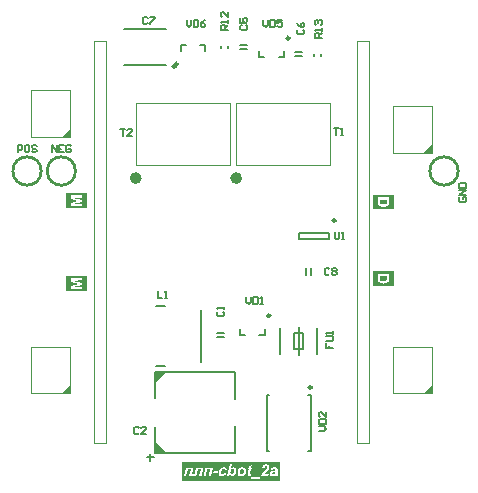
<source format=gto>
G04*
G04 #@! TF.GenerationSoftware,Altium Limited,Altium Designer,20.1.8 (145)*
G04*
G04 Layer_Color=16777215*
%FSTAX43Y43*%
%MOMM*%
G71*
G04*
G04 #@! TF.SameCoordinates,F520C443-D289-43A5-AF8C-D66C243BB58F*
G04*
G04*
G04 #@! TF.FilePolarity,Positive*
G04*
G01*
G75*
%ADD10C,0.250*%
%ADD11C,0.500*%
%ADD12C,0.254*%
%ADD13C,0.100*%
%ADD14C,0.150*%
%ADD15C,0.200*%
G36*
X0091749Y0106429D02*
X0091747Y0106427D01*
X0091076D01*
Y0106456D01*
X0091749Y0107129D01*
Y0106429D01*
D02*
G37*
G36*
X0122419Y0105109D02*
X0122417Y0105107D01*
X0121746D01*
Y0105137D01*
X0122419Y0105809D01*
Y0105109D01*
D02*
G37*
G36*
X0099793Y0086506D02*
X0098995Y0085709D01*
X0098995Y0086509D01*
X0099793Y0086506D01*
D02*
G37*
G36*
X0091749Y0084739D02*
X0091747Y0084737D01*
X0091076D01*
Y0084766D01*
X0091749Y0085439D01*
Y0084739D01*
D02*
G37*
G36*
X0122419Y0084734D02*
X0122417Y0084732D01*
X0121746D01*
Y0084761D01*
X0122419Y0085434D01*
Y0084734D01*
D02*
G37*
G36*
X0099795Y0079709D02*
X0098995Y0079709D01*
X0098997Y0080506D01*
X0099795Y0079709D01*
D02*
G37*
G36*
X0119199Y0093805D02*
X0117449D01*
Y0095054D01*
X0119199D01*
Y0093805D01*
D02*
G37*
G36*
Y0100305D02*
X0117449D01*
Y0101554D01*
X0119199D01*
Y0100305D01*
D02*
G37*
G36*
X0093199Y0100404D02*
X0091449D01*
Y0101653D01*
X0093199D01*
Y0100404D01*
D02*
G37*
G36*
X0093224Y0093379D02*
X0091474D01*
Y0094628D01*
X0093224D01*
Y0093379D01*
D02*
G37*
G36*
X0109557Y0077289D02*
X0101249D01*
Y0078919D01*
X0109557D01*
Y0077289D01*
D02*
G37*
%LPC*%
G36*
X0118804Y0094831D02*
X0117844D01*
Y0094468D01*
X0117846Y009443D01*
X0117847Y0094396D01*
X011785Y0094367D01*
X0117854Y0094343D01*
X0117858Y0094324D01*
X0117861Y0094308D01*
X0117862Y0094304D01*
Y00943D01*
X0117864Y0094299D01*
Y0094297D01*
X0117875Y0094267D01*
X0117887Y0094239D01*
X01179Y0094217D01*
X0117912Y0094197D01*
X0117923Y0094182D01*
X0117932Y0094171D01*
X0117937Y0094164D01*
X011794Y0094161D01*
X0117966Y0094138D01*
X0117994Y0094117D01*
X0118023Y0094099D01*
X0118049Y0094085D01*
X0118074Y0094074D01*
X0118084Y0094068D01*
X0118092Y0094066D01*
X0118101Y0094063D01*
X0118106Y009406D01*
X0118109Y0094059D01*
X011811D01*
X0118144Y0094049D01*
X0118178Y0094041D01*
X0118212Y0094035D01*
X0118244Y0094032D01*
X0118259Y0094031D01*
X0118273Y009403D01*
X0118284D01*
X0118295Y0094028D01*
X0118314D01*
X0118363Y009403D01*
X0118406Y0094034D01*
X0118427Y0094035D01*
X0118445Y0094038D01*
X0118463Y0094041D01*
X0118478Y0094043D01*
X0118492Y0094048D01*
X0118504Y009405D01*
X0118515Y0094053D01*
X0118524Y0094055D01*
X0118531Y0094057D01*
X0118536Y0094059D01*
X0118539Y009406D01*
X011854D01*
X0118574Y0094073D01*
X0118604Y0094088D01*
X011863Y0094103D01*
X0118653Y0094118D01*
X0118671Y0094131D01*
X0118685Y0094142D01*
X0118693Y0094149D01*
X0118696Y009415D01*
Y0094152D01*
X0118718Y0094175D01*
X0118736Y0094199D01*
X0118751Y0094224D01*
X0118764Y0094246D01*
X0118773Y0094265D01*
X011878Y0094282D01*
X0118782Y0094288D01*
X0118783Y0094292D01*
X0118784Y0094294D01*
Y0094296D01*
X0118791Y0094322D01*
X0118796Y0094351D01*
X01188Y0094382D01*
X0118801Y0094411D01*
X0118802Y0094437D01*
X0118804Y0094448D01*
Y0094028D01*
D01*
Y0094831D01*
D02*
G37*
%LPD*%
G36*
X0118642Y0094511D02*
X011864Y0094493D01*
Y0094476D01*
X0118639Y0094462D01*
Y009445D01*
X0118637Y0094437D01*
Y0094428D01*
X0118635Y0094412D01*
X0118633Y0094401D01*
X0118632Y0094394D01*
Y0094393D01*
X0118626Y0094374D01*
X0118619Y0094357D01*
X0118612Y0094342D01*
X0118604Y0094328D01*
X0118597Y0094318D01*
X0118592Y009431D01*
X0118588Y0094306D01*
X0118586Y0094304D01*
X0118572Y0094292D01*
X0118557Y0094281D01*
X0118542Y0094271D01*
X0118528Y0094263D01*
X0118514Y0094257D01*
X0118503Y0094253D01*
X0118496Y009425D01*
X0118495Y0094249D01*
X0118493D01*
X0118468Y0094242D01*
X0118442Y0094236D01*
X0118413Y0094233D01*
X0118385Y0094231D01*
X0118361Y0094229D01*
X011835Y0094228D01*
X0118341D01*
X0118334D01*
X0118328D01*
X0118324D01*
X0118323D01*
X0118284Y0094229D01*
X0118248Y0094231D01*
X0118219Y0094235D01*
X0118194Y0094238D01*
X0118173Y0094242D01*
X0118165Y0094243D01*
X0118159Y0094246D01*
X0118153Y0094247D01*
X0118149D01*
X0118148Y0094249D01*
X0118146D01*
X0118124Y0094257D01*
X0118105Y0094264D01*
X011809Y0094274D01*
X0118077Y0094281D01*
X0118067Y0094288D01*
X0118061Y0094293D01*
X0118056Y0094297D01*
X0118055Y0094299D01*
X0118045Y0094311D01*
X0118037Y0094324D01*
X011803Y0094336D01*
X0118024Y0094349D01*
X011802Y009436D01*
X0118018Y0094368D01*
X0118015Y0094374D01*
Y0094376D01*
X0118012Y0094392D01*
X0118011Y009441D01*
X0118008Y0094429D01*
Y0094448D01*
X0118006Y0094466D01*
Y0094637D01*
X0118642D01*
Y0094511D01*
D02*
G37*
%LPC*%
G36*
X0118804Y0101331D02*
X0117844D01*
Y0100968D01*
X0117846Y010093D01*
X0117847Y0100896D01*
X011785Y0100867D01*
X0117854Y0100843D01*
X0117858Y0100824D01*
X0117861Y0100808D01*
X0117862Y0100804D01*
Y01008D01*
X0117864Y0100799D01*
Y0100797D01*
X0117875Y0100767D01*
X0117887Y0100739D01*
X01179Y0100717D01*
X0117912Y0100697D01*
X0117923Y0100682D01*
X0117932Y0100671D01*
X0117937Y0100664D01*
X011794Y0100661D01*
X0117966Y0100638D01*
X0117994Y0100617D01*
X0118023Y0100599D01*
X0118049Y0100585D01*
X0118074Y0100574D01*
X0118084Y0100568D01*
X0118092Y0100566D01*
X0118101Y0100563D01*
X0118106Y010056D01*
X0118109Y0100559D01*
X011811D01*
X0118144Y0100549D01*
X0118178Y0100541D01*
X0118212Y0100535D01*
X0118244Y0100532D01*
X0118259Y0100531D01*
X0118273Y010053D01*
X0118284D01*
X0118295Y0100528D01*
X0117844D01*
X0118804D01*
Y0101331D01*
D02*
G37*
%LPD*%
G36*
X0118642Y0101011D02*
X011864Y0100993D01*
Y0100976D01*
X0118639Y0100962D01*
Y010095D01*
X0118637Y0100937D01*
Y0100928D01*
X0118635Y0100912D01*
X0118633Y0100901D01*
X0118632Y0100894D01*
Y0100893D01*
X0118626Y0100874D01*
X0118619Y0100857D01*
X0118612Y0100842D01*
X0118604Y0100828D01*
X0118597Y0100818D01*
X0118592Y010081D01*
X0118588Y0100806D01*
X0118586Y0100804D01*
X0118572Y0100792D01*
X0118557Y0100781D01*
X0118542Y0100771D01*
X0118528Y0100763D01*
X0118514Y0100757D01*
X0118503Y0100753D01*
X0118496Y010075D01*
X0118495Y0100749D01*
X0118493D01*
X0118468Y0100742D01*
X0118442Y0100736D01*
X0118413Y0100733D01*
X0118385Y0100731D01*
X0118361Y0100729D01*
X011835Y0100728D01*
X0118341D01*
X0118334D01*
X0118328D01*
X0118324D01*
X0118323D01*
X0118284Y0100729D01*
X0118248Y0100731D01*
X0118219Y0100735D01*
X0118194Y0100738D01*
X0118173Y0100742D01*
X0118165Y0100743D01*
X0118159Y0100746D01*
X0118153Y0100747D01*
X0118149D01*
X0118148Y0100749D01*
X0118146D01*
X0118124Y0100757D01*
X0118105Y0100764D01*
X011809Y0100774D01*
X0118077Y0100781D01*
X0118067Y0100788D01*
X0118061Y0100793D01*
X0118056Y0100797D01*
X0118055Y0100799D01*
X0118045Y0100811D01*
X0118037Y0100824D01*
X011803Y0100836D01*
X0118024Y0100849D01*
X011802Y010086D01*
X0118018Y0100868D01*
X0118015Y0100874D01*
Y0100876D01*
X0118012Y0100892D01*
X0118011Y010091D01*
X0118008Y0100929D01*
Y0100948D01*
X0118006Y0100966D01*
Y0101137D01*
X0118642D01*
Y0101011D01*
D02*
G37*
G36*
X0118804Y0100528D02*
X0118314D01*
X0118363Y010053D01*
X0118406Y0100534D01*
X0118427Y0100535D01*
X0118445Y0100538D01*
X0118463Y0100541D01*
X0118478Y0100543D01*
X0118492Y0100548D01*
X0118504Y010055D01*
X0118515Y0100553D01*
X0118524Y0100555D01*
X0118531Y0100557D01*
X0118536Y0100559D01*
X0118539Y010056D01*
X011854D01*
X0118574Y0100573D01*
X0118604Y0100588D01*
X011863Y0100603D01*
X0118653Y0100618D01*
X0118671Y0100631D01*
X0118685Y0100642D01*
X0118693Y0100649D01*
X0118696Y010065D01*
Y0100652D01*
X0118718Y0100675D01*
X0118736Y0100699D01*
X0118751Y0100724D01*
X0118764Y0100746D01*
X0118773Y0100765D01*
X011878Y0100782D01*
X0118782Y0100788D01*
X0118783Y0100792D01*
X0118784Y0100794D01*
Y0100796D01*
X0118791Y0100822D01*
X0118796Y0100851D01*
X01188Y0100882D01*
X0118801Y0100911D01*
X0118802Y0100937D01*
X0118804Y0100948D01*
Y0100528D01*
D02*
G37*
%LPC*%
G36*
X0092804Y010149D02*
X0091844D01*
Y0101199D01*
X00925Y0101028D01*
X0091844Y0100856D01*
Y0100566D01*
X0092804D01*
Y010149D01*
D02*
G37*
%LPD*%
G36*
Y0101121D02*
X0092049Y010131D01*
X0092804Y0101311D01*
Y0101121D01*
D02*
G37*
G36*
Y0100745D02*
X0092049D01*
X0092804Y0100934D01*
Y0100745D01*
D02*
G37*
%LPC*%
G36*
X0092829Y0094465D02*
X0091869D01*
Y0094174D01*
X0092525Y0094003D01*
X0091869Y0093831D01*
Y0093541D01*
X0092829D01*
Y0094465D01*
D02*
G37*
%LPD*%
G36*
Y0094096D02*
X0092074Y0094285D01*
X0092829Y0094286D01*
Y0094096D01*
D02*
G37*
G36*
Y009372D02*
X0092074D01*
X0092829Y0093909D01*
Y009372D01*
D02*
G37*
%LPC*%
G36*
X0105076Y0078465D02*
X0104399D01*
X0104795D01*
X0104754Y0078463D01*
X0104715Y0078456D01*
X010468Y0078447D01*
X010465Y0078436D01*
X0104636Y0078431D01*
X0104623Y0078425D01*
X0104614Y0078421D01*
X0104604Y0078417D01*
X0104597Y0078413D01*
X0104592Y007841D01*
X0104589Y0078409D01*
X0104587Y0078407D01*
X0104554Y0078384D01*
X0104525Y0078357D01*
X0104501Y0078331D01*
X0104482Y0078306D01*
X0104465Y0078282D01*
X010446Y0078273D01*
X0104454Y0078264D01*
X0104452Y0078257D01*
X0104449Y0078252D01*
X0104446Y0078249D01*
Y0078248D01*
X0104431Y0078209D01*
X0104418Y0078171D01*
X010441Y0078135D01*
X0104404Y0078102D01*
X0104403Y0078087D01*
X0104402Y0078074D01*
X01044Y0078062D01*
Y0078052D01*
X0104399Y0078044D01*
Y0077736D01*
Y0078033D01*
X01044Y0078008D01*
X0104402Y0077984D01*
X0104406Y0077961D01*
X0104411Y007794D01*
X0104417Y007792D01*
X0104424Y0077902D01*
X0104431Y0077887D01*
X0104438Y0077872D01*
X0104445Y0077859D01*
X0104452Y0077847D01*
X0104458Y0077837D01*
X0104464Y007783D01*
X010447Y0077823D01*
X0104474Y0077819D01*
X0104475Y0077816D01*
X0104476Y0077815D01*
X0104492Y0077801D01*
X0104508Y0077789D01*
X0104525Y0077779D01*
X0104542Y0077769D01*
X010456Y0077762D01*
X0104578Y0077755D01*
X0104611Y0077746D01*
X0104626Y0077743D01*
X0104642Y007774D01*
X0104654Y0077739D01*
X0104665Y0077737D01*
X0104675Y0077736D01*
X0104687D01*
X0104709Y0077737D01*
X010473Y0077739D01*
X0104769Y0077746D01*
X0104804Y0077755D01*
X0104834Y0077768D01*
X0104847Y0077773D01*
X0104858Y0077779D01*
X0104869Y0077785D01*
X0104877Y0077789D01*
X0104884Y0077793D01*
X0104888Y0077796D01*
X0104891Y0077798D01*
X0104893D01*
X0104924Y0077825D01*
X0104951Y0077854D01*
X0104974Y0077884D01*
X0104994Y0077915D01*
X0105008Y0077941D01*
X0105013Y0077952D01*
X0105019Y0077963D01*
X0105023Y0077972D01*
X0105024Y0077977D01*
X0105027Y0077981D01*
Y0077983D01*
X0104844Y0078013D01*
X0104834Y007799D01*
X0104823Y007797D01*
X0104812Y0077954D01*
X0104802Y007794D01*
X0104793Y0077929D01*
X0104784Y0077922D01*
X0104779Y0077916D01*
X0104777Y0077915D01*
X0104762Y0077904D01*
X0104747Y0077897D01*
X0104732Y0077891D01*
X0104719Y0077887D01*
X0104708Y0077884D01*
X01047Y0077883D01*
X0104691D01*
X0104675Y0077884D01*
X0104661Y0077889D01*
X0104647Y0077894D01*
X0104636Y00779D01*
X0104628Y0077905D01*
X0104621Y0077911D01*
X0104617Y0077915D01*
X0104615Y0077916D01*
X0104605Y007793D01*
X0104599Y0077945D01*
X0104593Y0077961D01*
X010459Y0077976D01*
X0104587Y007799D01*
X0104586Y0078001D01*
Y0078008D01*
Y0078011D01*
X0104587Y0078038D01*
X010459Y0078065D01*
X0104594Y0078091D01*
X0104599Y0078115D01*
X0104603Y0078134D01*
X0104607Y0078149D01*
X0104608Y0078155D01*
X010461Y0078159D01*
X0104611Y0078162D01*
Y0078163D01*
X0104621Y0078192D01*
X0104633Y0078217D01*
X0104644Y0078238D01*
X0104657Y0078255D01*
X0104666Y0078269D01*
X0104675Y0078278D01*
X0104682Y0078284D01*
X0104683Y0078285D01*
X0104701Y0078299D01*
X0104719Y0078309D01*
X0104736Y0078317D01*
X0104751Y0078321D01*
X0104765Y0078324D01*
X0104775Y0078327D01*
X0104784D01*
X0104801Y0078325D01*
X0104816Y0078323D01*
X0104829Y0078317D01*
X010484Y0078313D01*
X010485Y0078307D01*
X0104855Y0078302D01*
X0104859Y0078299D01*
X0104861Y0078298D01*
X010487Y0078287D01*
X0104879Y0078273D01*
X0104884Y0078259D01*
X010489Y0078245D01*
X0104893Y0078231D01*
X0104895Y0078221D01*
X0104897Y0078214D01*
Y0078212D01*
X0105076Y007823D01*
X0105073Y0078249D01*
X0105069Y0078267D01*
X0105059Y00783D01*
X0105045Y007833D01*
X010503Y0078354D01*
X0105016Y0078374D01*
X0105003Y0078389D01*
X0104999Y0078393D01*
X0104995Y0078397D01*
X0104994Y0078399D01*
X0104992Y00784D01*
X0104979Y0078411D01*
X0104963Y0078422D01*
X010493Y0078438D01*
X0104898Y007845D01*
X0104866Y0078457D01*
X0104838Y0078463D01*
X0104826Y0078464D01*
X0104816D01*
X0104808Y0078465D01*
X0105076D01*
D02*
G37*
G36*
X0104327Y0078191D02*
X0103926D01*
D01*
X0103962D01*
X0103926Y0078009D01*
X0104291D01*
X0104327Y0078191D01*
D02*
G37*
G36*
X0109357Y0078465D02*
X0108702Y0078465D01*
X0109093Y0078465D01*
X0109048Y0078463D01*
X0109006Y0078457D01*
X0108988Y0078453D01*
X0108971Y0078449D01*
X0108955Y0078445D01*
X0108941Y0078439D01*
X0108928Y0078434D01*
X0108917Y0078429D01*
X0108907Y0078425D01*
X0108899Y0078421D01*
X0108894Y0078418D01*
X0108889Y0078416D01*
X0108887Y0078413D01*
X0108885D01*
X0108859Y0078392D01*
X0108835Y0078368D01*
X0108817Y0078343D01*
X0108802Y0078321D01*
X0108791Y00783D01*
X0108783Y0078284D01*
X010878Y0078277D01*
X0108778Y0078273D01*
X0108777Y007827D01*
Y0078269D01*
X010896Y0078253D01*
X0108964Y0078266D01*
X010897Y0078277D01*
X0108977Y0078287D01*
X0108984Y0078295D01*
X0108989Y0078302D01*
X0108995Y0078306D01*
X0108998Y0078309D01*
X0108999Y007831D01*
X0109011Y0078317D01*
X0109024Y0078323D01*
X0109038Y0078325D01*
X010905Y0078328D01*
X0109061Y007833D01*
X0109071Y0078331D01*
X0109079D01*
X0109096Y007833D01*
X0109111Y0078328D01*
X0109122Y0078324D01*
X0109133Y0078321D01*
X0109142Y0078317D01*
X0109147Y0078313D01*
X010915Y0078312D01*
X0109152Y007831D01*
X010916Y0078302D01*
X0109165Y0078293D01*
X0109171Y0078285D01*
X0109174Y0078277D01*
X0109175Y007827D01*
X0109176Y0078266D01*
Y0078262D01*
Y007826D01*
Y007825D01*
X0109175Y0078241D01*
X0109171Y007822D01*
X0109168Y0078212D01*
X0109165Y0078205D01*
X0109164Y0078199D01*
Y0078198D01*
X0109154Y0078195D01*
X0109143Y0078192D01*
X0109131Y0078189D01*
X0109117Y0078187D01*
X0109088Y0078181D01*
X0109057Y0078178D01*
X0109029Y0078174D01*
X0109017Y0078173D01*
X0109007Y0078171D01*
X0108998D01*
X0108991Y007817D01*
X0108985D01*
X0108956Y0078167D01*
X010893Y0078163D01*
X0108906Y0078159D01*
X0108884Y0078153D01*
X0108863Y0078148D01*
X0108845Y0078142D01*
X0108828Y0078135D01*
X0108815Y007813D01*
X0108802Y0078123D01*
X0108791Y0078117D01*
X0108783Y0078112D01*
X0108776Y0078108D01*
X010877Y0078103D01*
X0108766Y0078101D01*
X0108765Y0078099D01*
X0108763Y0078098D01*
X0108752Y0078087D01*
X0108744Y0078074D01*
X0108729Y0078048D01*
X0108717Y0078022D01*
X010871Y0077995D01*
X0108705Y0077973D01*
X0108704Y0077963D01*
Y0077955D01*
X0108702Y0077948D01*
Y0077938D01*
X0108705Y0077907D01*
X010871Y0077877D01*
X010872Y0077852D01*
X010873Y0077832D01*
X010874Y0077814D01*
X0108749Y0077801D01*
X0108755Y0077794D01*
X0108758Y0077791D01*
X010878Y0077773D01*
X0108803Y007776D01*
X0108828Y007775D01*
X0108851Y0077743D01*
X010887Y0077739D01*
X0108887Y0077737D01*
X0108892Y0077736D01*
X01089D01*
X0108921Y0077737D01*
X0108941Y007774D01*
X0108959Y0077744D01*
X0108975Y0077748D01*
X0108989Y0077753D01*
X0108999Y0077757D01*
X0109006Y007776D01*
X0109009Y0077761D01*
X0109028Y0077771D01*
X0109046Y0077783D01*
X0109063Y0077794D01*
X0109077Y0077805D01*
X0109088Y0077816D01*
X0109097Y0077825D01*
X0109103Y007783D01*
X0109104Y0077832D01*
X0109107Y0077803D01*
X010911Y007779D01*
X0109111Y0077778D01*
X0109114Y0077768D01*
X0109117Y0077761D01*
X0109118Y0077755D01*
Y0077754D01*
X01093D01*
X0109294Y0077773D01*
X0109292Y0077793D01*
X0109289Y0077809D01*
X0109286Y0077823D01*
Y0077836D01*
X0109285Y0077844D01*
Y0077851D01*
Y0077852D01*
Y0077862D01*
X0109286Y0077875D01*
X0109289Y0077901D01*
X0109293Y0077929D01*
X0109299Y0077958D01*
X0109303Y0077984D01*
X0109305Y0077995D01*
X0109307Y0078006D01*
X0109308Y0078015D01*
X010931Y007802D01*
X0109311Y0078024D01*
Y0078026D01*
X0109317Y0078052D01*
X0109322Y0078077D01*
X0109328Y0078099D01*
X0109332Y0078119D01*
X0109335Y0078135D01*
X0109337Y0078151D01*
X010934Y0078165D01*
X0109343Y0078176D01*
X0109344Y0078185D01*
X0109347Y0078192D01*
Y0078199D01*
X0109348Y0078203D01*
X010935Y007821D01*
Y0078212D01*
X0109354Y0078238D01*
X0109355Y0078249D01*
Y0078259D01*
X0109357Y0078267D01*
Y0077775D01*
Y0078293D01*
X0109354Y0078307D01*
X0109347Y0078332D01*
X0109336Y0078354D01*
X0109325Y0078374D01*
X0109312Y0078391D01*
X0109301Y0078402D01*
X0109294Y0078409D01*
X0109293Y0078411D01*
X0109292D01*
X0109279Y0078421D01*
X0109265Y0078429D01*
X0109233Y0078443D01*
X0109201Y0078453D01*
X0109168Y0078459D01*
X0109139Y0078463D01*
X0109127Y0078464D01*
X0109115D01*
X0109106Y0078465D01*
X0109357D01*
D01*
D02*
G37*
G36*
X0108662Y0078719D02*
X0108373D01*
X0108351Y0078718D01*
X0108329Y0078716D01*
X010829Y0078708D01*
X0108256Y0078697D01*
X010824Y007869D01*
X0108226Y0078683D01*
X0108213Y0078676D01*
X0108202Y0078669D01*
X0108192Y0078664D01*
X0108185Y0078658D01*
X0108178Y0078654D01*
X0108174Y007865D01*
X0108171Y0078649D01*
X010817Y0078647D01*
X0108156Y0078633D01*
X0108142Y0078618D01*
X010812Y0078586D01*
X0108102Y0078551D01*
X0108088Y0078518D01*
X0108082Y0078503D01*
X0108078Y0078489D01*
X0108075Y0078477D01*
X0108071Y0078465D01*
X010807Y0078456D01*
X0108068Y0078449D01*
X0108067Y0078445D01*
Y0078443D01*
X010825Y0078417D01*
X0108257Y0078447D01*
X0108265Y0078472D01*
X0108274Y0078493D01*
X0108282Y007851D01*
X0108289Y0078522D01*
X0108294Y0078531D01*
X0108299Y0078536D01*
X01083Y0078538D01*
X0108312Y0078549D01*
X0108326Y0078557D01*
X0108339Y0078564D01*
X0108351Y0078568D01*
X0108362Y0078571D01*
X0108371Y0078572D01*
X0108378D01*
X0108393Y0078571D01*
X0108407Y0078568D01*
X0108419Y0078563D01*
X010843Y0078557D01*
X0108439Y0078551D01*
X0108444Y0078546D01*
X0108448Y0078543D01*
X010845Y0078542D01*
X0108459Y0078529D01*
X0108466Y0078517D01*
X0108472Y0078503D01*
X0108475Y007849D01*
X0108478Y0078479D01*
X0108479Y0078471D01*
Y0078465D01*
Y0078463D01*
X0108478Y0078452D01*
X0108476Y0078439D01*
X0108473Y0078428D01*
X0108471Y0078417D01*
X0108466Y0078409D01*
X0108464Y0078402D01*
X0108462Y0078396D01*
X0108461Y0078395D01*
X0108454Y0078381D01*
X0108444Y0078366D01*
X0108435Y007835D01*
X0108423Y0078336D01*
X0108414Y0078324D01*
X0108405Y0078314D01*
X01084Y0078309D01*
X0108398Y0078306D01*
X0108393Y00783D01*
X0108386Y0078293D01*
X0108369Y0078275D01*
X0108349Y0078256D01*
X0108328Y0078235D01*
X0108308Y0078216D01*
X0108292Y0078201D01*
X0108286Y0078194D01*
X0108281Y0078189D01*
X0108278Y0078187D01*
X0108276Y0078185D01*
X0108253Y0078163D01*
X0108232Y0078142D01*
X0108213Y0078123D01*
X0108195Y0078105D01*
X0108178Y007809D01*
X0108164Y0078074D01*
X010815Y0078062D01*
X0108139Y0078049D01*
X0108129Y007804D01*
X0108121Y007803D01*
X0108114Y0078023D01*
X0108109Y0078018D01*
X0108102Y0078009D01*
X0108099Y0078006D01*
X0108082Y0077986D01*
X0108067Y0077965D01*
X0108053Y0077945D01*
X0108041Y0077927D01*
X0108031Y0077912D01*
X0108024Y00779D01*
X010802Y0077891D01*
X0108018Y007789D01*
Y0077889D01*
X0108007Y0077865D01*
X0107999Y007784D01*
X0107992Y0077818D01*
X0107987Y0077797D01*
X0107982Y007778D01*
X010798Y0077766D01*
Y0077761D01*
X0107978Y0077757D01*
Y0077754D01*
X0108662D01*
X0108561D01*
X0108597Y0077926D01*
X0108264D01*
X0108283Y007795D01*
X0108292Y0077961D01*
X01083Y007797D01*
X0108307Y0077977D01*
X0108312Y0077983D01*
X0108315Y0077987D01*
X0108317Y0077988D01*
X010833Y0078002D01*
X0108347Y0078019D01*
X0108367Y0078037D01*
X0108386Y0078055D01*
X0108404Y0078073D01*
X0108419Y0078087D01*
X0108425Y0078092D01*
X0108429Y0078095D01*
X0108432Y0078098D01*
X0108433Y0078099D01*
X0108464Y0078128D01*
X010849Y0078153D01*
X0108512Y0078176D01*
X010853Y0078194D01*
X0108544Y0078207D01*
X0108554Y0078217D01*
X0108559Y0078224D01*
X0108561Y0078226D01*
X010858Y0078249D01*
X0108595Y0078271D01*
X0108609Y0078292D01*
X010862Y007831D01*
X0108629Y0078325D01*
X0108634Y0078336D01*
X0108637Y0078343D01*
X0108638Y0078346D01*
X0108647Y0078368D01*
X0108652Y0078389D01*
X0108656Y0078409D01*
X0108659Y0078425D01*
X0108661Y007844D01*
X0108662Y0078452D01*
Y0078461D01*
X0108661Y0078482D01*
X0108659Y0078502D01*
X0108649Y0078538D01*
X0108637Y0078569D01*
X0108623Y0078596D01*
X0108616Y0078607D01*
X0108609Y0078617D01*
X0108602Y0078625D01*
X0108597Y0078633D01*
X0108591Y0078639D01*
X0108587Y0078643D01*
X0108586Y0078644D01*
X0108584Y0078646D01*
X0108569Y0078658D01*
X0108554Y0078671D01*
X0108537Y007868D01*
X0108519Y0078689D01*
X0108484Y0078701D01*
X010845Y007871D01*
X0108435Y0078714D01*
X0108421Y0078715D01*
X0108407Y0078716D01*
X0108396Y0078718D01*
X0108386Y0078719D01*
X0108662D01*
D02*
G37*
G36*
X0103882Y007845D02*
X0103249D01*
X0103104Y0077754D01*
X0103289D01*
X0103404Y0078303D01*
X0103662D01*
X0103549Y0077754D01*
X0103882D01*
X0103735D01*
X0103882Y007845D01*
D02*
G37*
G36*
X0103066D02*
X0101595D01*
X0101449Y0077754D01*
X0101635D01*
X010175Y0078303D01*
X0102008D01*
X0101894Y0077754D01*
X010208D01*
X0102227Y007845D01*
X0102471D01*
X0102389Y0078062D01*
X0102385Y0078044D01*
X0102381Y0078029D01*
X0102378Y0078013D01*
X0102374Y0078001D01*
X0102367Y0077979D01*
X0102362Y0077961D01*
X0102356Y0077948D01*
X0102352Y007794D01*
X010235Y0077934D01*
X0102349Y0077933D01*
X0102341Y0077923D01*
X010233Y0077915D01*
X0102319Y0077909D01*
X0102307Y0077907D01*
X0102298Y0077904D01*
X0102289Y0077902D01*
X0102281D01*
X0102258Y0077904D01*
X0102246Y0077905D01*
X0102235Y0077907D01*
X0102227Y0077908D01*
X010222Y0077909D01*
X0102215Y0077911D01*
X0102213D01*
X0102184Y0077754D01*
X010221Y0077748D01*
X0102233Y0077746D01*
X0102253Y0077743D01*
X0102271Y007774D01*
X0102285D01*
X0102295Y0077739D01*
X0102303D01*
X0102338Y007774D01*
X0102368Y0077746D01*
X0102395Y0077753D01*
X0102417Y0077762D01*
X0102434Y0077771D01*
X0102446Y0077778D01*
X0102453Y0077783D01*
X0102456Y0077785D01*
X0102466Y0077794D01*
X0102475Y0077804D01*
X0102492Y0077827D01*
X0102504Y0077852D01*
X0102515Y0077877D01*
X0102524Y00779D01*
X0102527Y0077909D01*
X0102529Y0077919D01*
X0102531Y0077926D01*
X0102532Y0077932D01*
X0102534Y0077934D01*
Y0077936D01*
X0102611Y0078303D01*
X0102847D01*
X0102733Y0077754D01*
X0102919D01*
X0103066Y007845D01*
D01*
D02*
G37*
G36*
X0107228Y007869D02*
X0106805D01*
D01*
X0107161D01*
X0106948Y0078561D01*
X0106926Y007845D01*
X0106834D01*
X0106805Y007831D01*
X0106898D01*
X0106838Y007803D01*
X0106834Y0078009D01*
X010683Y007799D01*
X0106827Y0077973D01*
X0106824Y0077958D01*
X0106822Y0077944D01*
X0106819Y0077932D01*
X0106817Y0077922D01*
X0106816Y0077912D01*
X0106815Y0077898D01*
X0106813Y0077889D01*
Y0077883D01*
Y0077882D01*
X0106815Y0077857D01*
X010682Y0077836D01*
X0106827Y0077816D01*
X0106835Y0077801D01*
X0106844Y007779D01*
X0106851Y007778D01*
X0106856Y0077775D01*
X0106858Y0077773D01*
X0106877Y0077761D01*
X0106899Y0077751D01*
X0106924Y0077746D01*
X0106948Y007774D01*
X010697Y0077737D01*
X0106978D01*
X0106987Y0077736D01*
X0107003D01*
X0107041Y0077737D01*
X0107057Y007774D01*
X0107073Y0077742D01*
X0107085Y0077744D01*
X0107095Y0077746D01*
X01071Y0077747D01*
X0107103D01*
X0107132Y0077886D01*
X0107116Y0077884D01*
X0107102Y0077883D01*
X0107091Y0077882D01*
X0107082D01*
X0107077Y007788D01*
X0107057D01*
X0107046Y0077882D01*
X0107037Y0077884D01*
X010703Y0077887D01*
X0107025Y0077889D01*
X0107021Y0077891D01*
X010702Y0077893D01*
X0107019D01*
X0107012Y0077904D01*
X0107007Y0077913D01*
X0107006Y0077923D01*
Y0077925D01*
Y0077926D01*
Y0077929D01*
X0107007Y0077933D01*
X0107009Y0077945D01*
X0107012Y0077959D01*
X0107014Y0077976D01*
X0107017Y0077991D01*
X010702Y0078004D01*
X0107021Y0078009D01*
X0107023Y0078013D01*
Y0078015D01*
Y0078016D01*
X0107084Y007831D01*
X0107199D01*
X0107228Y007845D01*
X0107113D01*
X0107161Y007869D01*
X0107228D01*
D01*
D02*
G37*
G36*
X0106376Y0078465D02*
X0106361D01*
X0106329Y0078464D01*
X0106297Y007846D01*
X0106268Y0078454D01*
X0106242Y0078447D01*
X0106216Y0078439D01*
X0106192Y0078428D01*
X0106171Y0078418D01*
X0106152Y0078407D01*
X0106134Y0078396D01*
X0106118Y0078386D01*
X0106105Y0078377D01*
X0106094Y0078367D01*
X0106085Y007836D01*
X010608Y0078354D01*
X0106076Y007835D01*
X0106074Y0078349D01*
X0106055Y0078327D01*
X0106038Y0078303D01*
X0106024Y0078278D01*
X0106012Y0078252D01*
X0106001Y0078227D01*
X0105992Y0078201D01*
X0105985Y0078176D01*
X010598Y0078152D01*
X0105976Y007813D01*
X0105971Y0078108D01*
X0105969Y007809D01*
X0105967Y0078073D01*
Y0078059D01*
X0105966Y0078049D01*
Y0077736D01*
Y0078041D01*
X0105967Y0078011D01*
X0105971Y0077981D01*
X0105977Y0077955D01*
X0105984Y0077933D01*
X0105991Y0077913D01*
X0105996Y0077898D01*
X0105999Y0077893D01*
X0106001Y0077889D01*
X0106002Y0077887D01*
Y0077886D01*
X0106017Y0077861D01*
X0106035Y0077839D01*
X0106055Y0077819D01*
X0106073Y0077804D01*
X0106089Y0077791D01*
X0106103Y0077782D01*
X0106109Y0077779D01*
X0106113Y0077776D01*
X0106114Y0077775D01*
X0106116D01*
X0106145Y0077762D01*
X0106175Y0077753D01*
X0106204Y0077746D01*
X0106232Y0077742D01*
X0106256Y0077739D01*
X0106265Y0077737D01*
X0106274Y0077736D01*
X0106688D01*
Y0078151D01*
X0106687Y0078177D01*
X0106684Y0078202D01*
X010668Y0078226D01*
X0106675Y0078248D01*
X0106668Y0078267D01*
X0106661Y0078287D01*
X0106652Y0078303D01*
X0106645Y007832D01*
X0106637Y0078334D01*
X0106629Y0078345D01*
X0106622Y0078356D01*
X0106615Y0078364D01*
X0106609Y0078371D01*
X0106605Y0078375D01*
X0106603Y0078378D01*
X0106601Y0078379D01*
X0106584Y0078395D01*
X0106566Y0078407D01*
X0106547Y007842D01*
X0106528Y0078429D01*
X0106507Y0078438D01*
X0106487Y0078445D01*
X0106449Y0078454D01*
X0106431Y0078459D01*
X0106414Y0078461D01*
X01064Y0078463D01*
X0106386Y0078464D01*
X0106376Y0078465D01*
D02*
G37*
G36*
X01055Y0078714D02*
X0105314D01*
X0105113Y0077754D01*
X0105282D01*
X0105306Y0077866D01*
X010532Y0077843D01*
X0105336Y0077823D01*
X0105353Y0077805D01*
X010537Y0077791D01*
X0105389Y0077779D01*
X0105407Y0077768D01*
X0105425Y007776D01*
X0105443Y0077753D01*
X010546Y0077747D01*
X0105475Y0077743D01*
X0105489Y007774D01*
X0105501Y0077739D01*
X0105512Y0077737D01*
X0105519Y0077736D01*
X0105113D01*
X0105872D01*
X0105526D01*
X010555Y0077737D01*
X0105571Y007774D01*
X0105591Y0077744D01*
X010561Y007775D01*
X0105625Y0077754D01*
X0105636Y0077758D01*
X0105643Y0077761D01*
X0105646Y0077762D01*
X0105668Y0077773D01*
X0105687Y0077787D01*
X0105707Y0077801D01*
X0105723Y0077815D01*
X0105737Y0077826D01*
X0105747Y0077836D01*
X0105754Y0077843D01*
X0105757Y0077846D01*
X0105776Y0077868D01*
X0105791Y0077893D01*
X0105806Y0077916D01*
X0105818Y007794D01*
X0105827Y0077961D01*
X0105834Y0077976D01*
X0105837Y0077983D01*
X0105838Y0077987D01*
X010584Y007799D01*
Y0077991D01*
X0105851Y0078024D01*
X0105858Y0078058D01*
X0105863Y007809D01*
X0105867Y0078117D01*
X010587Y0078141D01*
Y0078151D01*
X0105872Y0078159D01*
Y0078176D01*
X010587Y0078202D01*
X0105869Y0078226D01*
X0105866Y0078248D01*
X0105862Y0078269D01*
X0105856Y0078288D01*
X0105851Y0078306D01*
X0105845Y0078321D01*
X0105838Y0078336D01*
X0105833Y0078349D01*
X0105826Y007836D01*
X010582Y007837D01*
X0105816Y0078377D01*
X0105811Y0078382D01*
X0105808Y0078388D01*
X0105806Y0078389D01*
X0105805Y0078391D01*
X0105793Y0078404D01*
X0105779Y0078416D01*
X0105763Y0078425D01*
X010575Y0078434D01*
X0105719Y0078447D01*
X0105691Y0078456D01*
X0105666Y0078461D01*
X0105655Y0078463D01*
X0105646Y0078464D01*
X0105639Y0078465D01*
X0105628D01*
X0105608Y0078464D01*
X0105589Y0078463D01*
X0105572Y007846D01*
X0105557Y0078457D01*
X0105546Y0078453D01*
X0105536Y007845D01*
X010553Y0078449D01*
X0105528Y0078447D01*
X0105511Y007844D01*
X0105494Y0078432D01*
X0105478Y0078422D01*
X0105464Y0078414D01*
X010545Y0078406D01*
X010544Y0078399D01*
X0105435Y0078393D01*
X0105432Y0078392D01*
X01055Y0078714D01*
D02*
G37*
G36*
X0107903Y0077754D02*
Y0077608D01*
X0107138D01*
Y0077736D01*
Y0077489D01*
X0107903D01*
Y0077754D01*
D02*
G37*
%LPD*%
G36*
X0109133Y0078052D02*
X0109128Y0078029D01*
X0109122Y0078008D01*
X0109117Y007799D01*
X0109111Y0077976D01*
X0109107Y0077965D01*
X0109103Y0077958D01*
X0109102Y0077952D01*
X01091Y0077951D01*
X0109093Y0077938D01*
X0109084Y0077929D01*
X0109074Y0077919D01*
X0109066Y0077912D01*
X0109057Y0077905D01*
X010905Y0077901D01*
X0109045Y0077898D01*
X0109043Y0077897D01*
X0109029Y007789D01*
X0109016Y0077886D01*
X0109002Y0077882D01*
X0108989Y007788D01*
X010898Y0077879D01*
X0108971Y0077877D01*
X0108964D01*
X010895Y0077879D01*
X0108938Y0077882D01*
X0108927Y0077884D01*
X0108919Y0077889D01*
X0108912Y0077893D01*
X0108906Y0077897D01*
X0108903Y0077898D01*
X0108902Y00779D01*
X0108894Y0077908D01*
X0108888Y0077918D01*
X0108884Y0077927D01*
X0108881Y0077936D01*
X010888Y0077944D01*
X0108878Y007795D01*
Y0077954D01*
Y0077955D01*
X010888Y0077969D01*
X0108882Y0077981D01*
X0108888Y0077993D01*
X0108894Y0078002D01*
X0108899Y0078009D01*
X0108905Y0078015D01*
X0108907Y0078018D01*
X0108909Y0078019D01*
X0108919Y0078024D01*
X010893Y007803D01*
X0108942Y0078036D01*
X0108956Y0078041D01*
X0108986Y0078049D01*
X0109017Y0078056D01*
X0109046Y0078062D01*
X0109059Y0078065D01*
X0109071Y0078066D01*
X0109079Y0078067D01*
X0109088D01*
X0109092Y0078069D01*
X0109093D01*
X0109113Y0078072D01*
X0109127Y0078076D01*
X0109132Y0078077D01*
X0109136D01*
X0109138Y0078079D01*
X0109139D01*
X0109133Y0078052D01*
D02*
G37*
G36*
X0106383Y0078323D02*
X0106403Y0078317D01*
X0106419Y0078312D01*
X0106435Y0078303D01*
X0106446Y0078296D01*
X0106454Y0078289D01*
X010646Y0078284D01*
X0106461Y0078282D01*
X0106475Y0078266D01*
X0106485Y0078249D01*
X0106492Y0078231D01*
X0106496Y0078214D01*
X01065Y0078199D01*
X0106501Y0078187D01*
Y0078178D01*
Y0078177D01*
Y0078176D01*
X01065Y0078151D01*
X0106498Y0078127D01*
X010649Y0078083D01*
X0106485Y0078063D01*
X0106478Y0078044D01*
X0106471Y0078027D01*
X0106464Y0078011D01*
X0106457Y0077997D01*
X010645Y0077984D01*
X0106444Y0077973D01*
X0106437Y0077963D01*
X0106433Y0077956D01*
X0106429Y0077951D01*
X0106428Y0077948D01*
X0106426Y0077947D01*
X0106417Y0077936D01*
X0106406Y0077926D01*
X0106383Y0077909D01*
X0106363Y0077898D01*
X0106342Y007789D01*
X0106324Y0077886D01*
X0106308Y0077883D01*
X0106303Y0077882D01*
X0106296D01*
X0106274Y0077883D01*
X0106254Y0077889D01*
X0106238Y0077895D01*
X0106223Y0077904D01*
X0106211Y0077911D01*
X0106202Y0077918D01*
X0106196Y0077923D01*
X0106195Y0077925D01*
X0106181Y0077943D01*
X0106171Y0077962D01*
X0106164Y0077981D01*
X010616Y0078001D01*
X0106157Y0078018D01*
X0106155Y0078031D01*
Y0078037D01*
Y0078041D01*
Y0078042D01*
Y0078044D01*
X0106156Y0078066D01*
X0106159Y007809D01*
X0106163Y0078112D01*
X0106167Y0078133D01*
X0106171Y0078149D01*
X0106175Y0078163D01*
X0106177Y0078169D01*
X0106178Y0078173D01*
X010618Y0078174D01*
Y0078176D01*
X0106191Y0078201D01*
X0106202Y0078223D01*
X0106214Y0078242D01*
X0106227Y0078257D01*
X0106236Y007827D01*
X0106245Y0078278D01*
X0106252Y0078284D01*
X0106253Y0078285D01*
X0106271Y0078298D01*
X010629Y0078307D01*
X0106308Y0078314D01*
X0106325Y007832D01*
X0106339Y0078323D01*
X0106351Y0078324D01*
X0106361D01*
X0106383Y0078323D01*
D02*
G37*
G36*
X0106688Y0077736D02*
X010629D01*
X0106324Y0077737D01*
X0106356Y0077742D01*
X0106385Y0077747D01*
X0106412Y0077755D01*
X0106439Y0077764D01*
X0106462Y0077775D01*
X0106483Y0077786D01*
X0106504Y0077797D01*
X0106521Y0077808D01*
X0106536Y0077819D01*
X010655Y007783D01*
X0106561Y0077839D01*
X0106569Y0077847D01*
X0106575Y0077852D01*
X0106579Y0077857D01*
X010658Y0077858D01*
X01066Y0077882D01*
X0106616Y0077907D01*
X010663Y0077932D01*
X0106643Y0077956D01*
X0106654Y007798D01*
X0106662Y0078005D01*
X0106669Y0078029D01*
X0106675Y0078051D01*
X0106679Y0078072D01*
X0106683Y0078091D01*
X0106686Y0078108D01*
X0106687Y0078123D01*
X0106688Y0078134D01*
Y0077736D01*
D02*
G37*
G36*
X0105578Y007833D02*
X0105596Y0078324D01*
X0105611Y0078317D01*
X0105625Y007831D01*
X0105636Y0078302D01*
X0105644Y0078295D01*
X010565Y0078289D01*
X0105651Y0078288D01*
X0105664Y0078271D01*
X0105673Y0078252D01*
X010568Y0078232D01*
X0105686Y0078213D01*
X0105689Y0078196D01*
X010569Y0078184D01*
Y0078178D01*
Y0078174D01*
Y0078173D01*
Y0078171D01*
X0105689Y0078144D01*
X0105686Y0078116D01*
X010568Y007809D01*
X0105676Y0078067D01*
X0105671Y0078048D01*
X0105665Y0078033D01*
X0105664Y0078027D01*
X0105662Y0078023D01*
X0105661Y0078022D01*
Y007802D01*
X010565Y0077994D01*
X0105637Y0077972D01*
X0105625Y0077952D01*
X0105614Y0077937D01*
X0105604Y0077926D01*
X0105596Y0077918D01*
X010559Y0077912D01*
X0105589Y0077911D01*
X0105572Y00779D01*
X0105557Y0077891D01*
X0105542Y0077886D01*
X0105528Y0077882D01*
X0105515Y0077879D01*
X0105507Y0077877D01*
X0105499D01*
X0105479Y0077879D01*
X0105461Y0077884D01*
X0105444Y0077891D01*
X0105431Y00779D01*
X010542Y0077907D01*
X0105411Y0077913D01*
X0105406Y0077919D01*
X0105404Y007792D01*
X0105392Y0077938D01*
X0105382Y0077958D01*
X0105375Y0077976D01*
X0105371Y0077995D01*
X0105368Y0078011D01*
X0105365Y0078024D01*
Y0078033D01*
Y0078034D01*
Y0078036D01*
X0105367Y007806D01*
X0105368Y0078085D01*
X0105377Y007813D01*
X0105382Y0078151D01*
X0105388Y0078169D01*
X0105393Y0078187D01*
X01054Y0078202D01*
X0105407Y0078216D01*
X0105413Y0078228D01*
X0105418Y0078239D01*
X0105424Y0078248D01*
X0105428Y0078255D01*
X0105432Y007826D01*
X0105433Y0078263D01*
X0105435Y0078264D01*
X0105444Y0078275D01*
X0105454Y0078287D01*
X0105476Y0078303D01*
X0105496Y0078314D01*
X0105515Y0078323D01*
X0105533Y0078328D01*
X0105546Y007833D01*
X0105551Y0078331D01*
X0105558D01*
X0105578Y007833D01*
D02*
G37*
D10*
X0100724Y0112404D02*
G03*
X0100724Y0112404I-0000125J0D01*
G01*
X0114274Y0099354D02*
G03*
X0114274Y0099354I-0000125J0D01*
G01*
X0110374Y0114804D02*
G03*
X0110374Y0114804I-0000125J0D01*
G01*
X0100924Y0112604D02*
G03*
X0100924Y0112604I-0000125J0D01*
G01*
X0108749Y0091304D02*
G03*
X0108749Y0091304I-0000125J0D01*
G01*
X0112249Y0085229D02*
G03*
X0112249Y0085229I-0000125J0D01*
G01*
D11*
X0097599Y0102954D02*
G03*
X0097599Y0102954I-000025J0D01*
G01*
X0106099D02*
G03*
X0106099Y0102954I-000025J0D01*
G01*
D12*
X0089349Y0103554D02*
G03*
X0089349Y0103554I-00012J0D01*
G01*
X0092249D02*
G03*
X0092249Y0103554I-00012J0D01*
G01*
X0124649D02*
G03*
X0124649Y0103554I-00012J0D01*
G01*
D13*
X0117099Y0080554D02*
Y0114554D01*
X0093799Y0080554D02*
Y0114554D01*
X0094799D01*
X0093799Y0080554D02*
X0094799D01*
X0116074Y0114554D02*
X0117074D01*
X0116074Y0080554D02*
X0117074D01*
X0119118Y0084734D02*
X0119119Y0088687D01*
X0119118Y0084734D02*
X0122444D01*
X0119119Y0088687D02*
X0122444D01*
Y0084734D02*
Y0088687D01*
X0091774Y0106429D02*
Y0110382D01*
X0088449D02*
X0091774D01*
X0088448Y0106429D02*
X0091774D01*
X0088448D02*
X0088449Y0110382D01*
X0088448Y0084739D02*
X0088449Y0088692D01*
X0088448Y0084739D02*
X0091774D01*
X0088449Y0088692D02*
X0091774D01*
Y0084739D02*
Y0088692D01*
X0116074Y0080554D02*
Y0114554D01*
X0094799Y0080554D02*
Y0114554D01*
X0122444Y0105109D02*
Y0109063D01*
X0119119D02*
X0122444D01*
X0119118Y0105109D02*
X0122444D01*
X0119118D02*
X0119119Y0109063D01*
X0097332Y0104039D02*
Y0109289D01*
X0105332D01*
Y0104039D02*
Y0109289D01*
X0097332Y0104039D02*
X0105332D01*
X0105832D02*
Y0109289D01*
X0113832D01*
Y0104039D02*
Y0109289D01*
X0105832Y0104039D02*
X0113832D01*
D14*
X0099099Y0087004D02*
X0099799D01*
X0099099Y0092104D02*
X0099799D01*
X0102899Y0087354D02*
Y0091754D01*
X0098995Y0081909D02*
X0098995Y0079709D01*
X0098995Y0084309D02*
X0098995Y0086509D01*
X0098595Y0079009D02*
Y0079609D01*
X0098295Y0079309D02*
X0098895D01*
X0098995Y0086509D02*
X0105795D01*
X0098995Y0079709D02*
X0105795D01*
Y0081934D01*
Y0084284D02*
Y0086509D01*
X0098995Y0085709D02*
X0099793Y0086506D01*
X0098997Y0080506D02*
X0099795Y0079709D01*
X0106149Y0114254D02*
X0106749D01*
X0106149Y0113854D02*
X0106749D01*
X0096349Y0115554D02*
X0099949D01*
X0096349Y0112554D02*
X0099949D01*
X0109899Y0113179D02*
Y0113679D01*
X0109449Y0113179D02*
X0109899D01*
X0107799D02*
Y0113679D01*
Y0113179D02*
X0108249D01*
X0111749Y0094754D02*
Y0095354D01*
X0112149Y0094754D02*
Y0095354D01*
X0102799Y0114229D02*
X0103249D01*
Y0113729D02*
Y0114229D01*
X0101149D02*
X0101599D01*
X0101149Y0113729D02*
Y0114229D01*
X0110749Y0088454D02*
Y0089854D01*
Y0088454D02*
X0111549D01*
X0111149Y0087954D02*
Y0090354D01*
X0109574Y0088054D02*
Y0090254D01*
X0112724Y0088054D02*
Y0090254D01*
X0111549Y0088454D02*
Y0089854D01*
X0110749D02*
X0111549D01*
X0104224Y0089479D02*
X0104824D01*
X0104224Y0089879D02*
X0104824D01*
X0110849Y0113654D02*
X0111449D01*
X0110849Y0113254D02*
X0111449D01*
X0106174Y0089679D02*
X0106624D01*
X0106174D02*
Y0090179D01*
X0107824Y0089679D02*
X0108274D01*
Y0090179D01*
X0096049Y0107104D02*
X0096449D01*
X0096249D01*
Y0106504D01*
X0097049D02*
X0096649D01*
X0097049Y0106904D01*
Y0107004D01*
X0096949Y0107104D01*
X0096749D01*
X0096649Y0107004D01*
X0114124Y0107179D02*
X0114524D01*
X0114324D01*
Y0106579D01*
X0114724D02*
X0114924D01*
X0114824D01*
Y0107179D01*
X0114724Y0107079D01*
X0087349Y0105154D02*
Y0105754D01*
X0087649D01*
X0087749Y0105654D01*
Y0105454D01*
X0087649Y0105354D01*
X0087349D01*
X0088249Y0105754D02*
X0088049D01*
X0087949Y0105654D01*
Y0105254D01*
X0088049Y0105154D01*
X0088249D01*
X0088349Y0105254D01*
Y0105654D01*
X0088249Y0105754D01*
X0088949Y0105654D02*
X0088849Y0105754D01*
X0088649D01*
X0088549Y0105654D01*
Y0105554D01*
X0088649Y0105454D01*
X0088849D01*
X0088949Y0105354D01*
Y0105254D01*
X0088849Y0105154D01*
X0088649D01*
X0088549Y0105254D01*
X0090249Y0105154D02*
Y0105754D01*
X0090649Y0105154D01*
Y0105754D01*
X0091249D02*
X0090849D01*
Y0105154D01*
X0091249D01*
X0090849Y0105454D02*
X0091049D01*
X0091849Y0105654D02*
X0091749Y0105754D01*
X0091549D01*
X0091449Y0105654D01*
Y0105254D01*
X0091549Y0105154D01*
X0091749D01*
X0091849Y0105254D01*
Y0105454D01*
X0091649D01*
X0124824Y0101354D02*
X0124724Y0101254D01*
Y0101054D01*
X0124824Y0100954D01*
X0125224D01*
X0125324Y0101054D01*
Y0101254D01*
X0125224Y0101354D01*
X0125024D01*
Y0101154D01*
X0125324Y0101554D02*
X0124724D01*
X0125324Y0101954D01*
X0124724D01*
Y0102154D02*
X0125324D01*
Y0102454D01*
X0125224Y0102554D01*
X0124824D01*
X0124724Y0102454D01*
Y0102154D01*
X0113749Y0095254D02*
X0113649Y0095354D01*
X0113449D01*
X0113349Y0095254D01*
Y0094854D01*
X0113449Y0094754D01*
X0113649D01*
X0113749Y0094854D01*
X0113949Y0095254D02*
X0114049Y0095354D01*
X0114249D01*
X0114349Y0095254D01*
Y0095154D01*
X0114249Y0095054D01*
X0114349Y0094954D01*
Y0094854D01*
X0114249Y0094754D01*
X0114049D01*
X0113949Y0094854D01*
Y0094954D01*
X0114049Y0095054D01*
X0113949Y0095154D01*
Y0095254D01*
X0114049Y0095054D02*
X0114249D01*
X0113099Y0114829D02*
X0112499D01*
Y0115129D01*
X0112599Y0115229D01*
X0112799D01*
X0112899Y0115129D01*
Y0114829D01*
Y0115029D02*
X0113099Y0115229D01*
Y0115429D02*
Y0115629D01*
Y0115529D01*
X0112499D01*
X0112599Y0115429D01*
Y0115929D02*
X0112499Y0116029D01*
Y0116229D01*
X0112599Y0116329D01*
X0112699D01*
X0112799Y0116229D01*
Y0116129D01*
Y0116229D01*
X0112899Y0116329D01*
X0112999D01*
X0113099Y0116229D01*
Y0116029D01*
X0112999Y0115929D01*
X0105149Y0115504D02*
X0104549D01*
Y0115804D01*
X0104649Y0115904D01*
X0104849D01*
X0104949Y0115804D01*
Y0115504D01*
Y0115704D02*
X0105149Y0115904D01*
Y0116104D02*
Y0116304D01*
Y0116204D01*
X0104549D01*
X0104649Y0116104D01*
X0105149Y0117004D02*
Y0116604D01*
X0104749Y0117004D01*
X0104649D01*
X0104549Y0116904D01*
Y0116704D01*
X0104649Y0116604D01*
X0098349Y0116504D02*
X0098249Y0116604D01*
X0098049D01*
X0097949Y0116504D01*
Y0116104D01*
X0098049Y0116004D01*
X0098249D01*
X0098349Y0116104D01*
X0098549Y0116604D02*
X0098949D01*
Y0116504D01*
X0098549Y0116104D01*
Y0116004D01*
X0101649Y0116354D02*
Y0115954D01*
X0101849Y0115754D01*
X0102049Y0115954D01*
Y0116354D01*
X0102249D02*
Y0115754D01*
X0102549D01*
X0102649Y0115854D01*
Y0116254D01*
X0102549Y0116354D01*
X0102249D01*
X0103249D02*
X0103049Y0116254D01*
X0102849Y0116054D01*
Y0115854D01*
X0102949Y0115754D01*
X0103149D01*
X0103249Y0115854D01*
Y0115954D01*
X0103149Y0116054D01*
X0102849D01*
X0108149Y0116354D02*
Y0115954D01*
X0108349Y0115754D01*
X0108549Y0115954D01*
Y0116354D01*
X0108749D02*
Y0115754D01*
X0109049D01*
X0109149Y0115854D01*
Y0116254D01*
X0109049Y0116354D01*
X0108749D01*
X0109749D02*
X0109349D01*
Y0116054D01*
X0109549Y0116154D01*
X0109649D01*
X0109749Y0116054D01*
Y0115854D01*
X0109649Y0115754D01*
X0109449D01*
X0109349Y0115854D01*
X0112849Y0081554D02*
X0113249D01*
X0113449Y0081754D01*
X0113249Y0081954D01*
X0112849D01*
Y0082154D02*
X0113449D01*
Y0082454D01*
X0113349Y0082554D01*
X0112949D01*
X0112849Y0082454D01*
Y0082154D01*
X0113449Y0083153D02*
Y0082754D01*
X0113049Y0083153D01*
X0112949D01*
X0112849Y0083054D01*
Y0082854D01*
X0112949Y0082754D01*
X0099199Y0093404D02*
Y0092804D01*
X0099599D01*
X0099799D02*
X0099999D01*
X0099899D01*
Y0093404D01*
X0099799Y0093304D01*
X0106699Y0092904D02*
Y0092504D01*
X0106899Y0092304D01*
X0107099Y0092504D01*
Y0092904D01*
X0107299D02*
Y0092304D01*
X0107599D01*
X0107699Y0092404D01*
Y0092804D01*
X0107599Y0092904D01*
X0107299D01*
X0107899Y0092304D02*
X0108099D01*
X0107999D01*
Y0092904D01*
X0107899Y0092804D01*
X0113449Y0088979D02*
Y0088579D01*
X0113749D01*
Y0088779D01*
Y0088579D01*
X0114049D01*
X0113449Y0089179D02*
X0113949D01*
X0114049Y0089279D01*
Y0089479D01*
X0113949Y0089579D01*
X0113449D01*
X0114049Y0089779D02*
Y0089979D01*
Y0089879D01*
X0113449D01*
X0113549Y0089779D01*
X0111118Y0115527D02*
X0111018Y0115427D01*
Y0115227D01*
X0111118Y0115127D01*
X0111518D01*
X0111618Y0115227D01*
Y0115427D01*
X0111518Y0115527D01*
X0111018Y0116126D02*
X0111118Y0115926D01*
X0111318Y0115726D01*
X0111518D01*
X0111618Y0115826D01*
Y0116026D01*
X0111518Y0116126D01*
X0111418D01*
X0111318Y0116026D01*
Y0115726D01*
X0106306Y0115919D02*
X0106206Y0115819D01*
Y0115619D01*
X0106306Y0115519D01*
X0106706D01*
X0106806Y0115619D01*
Y0115819D01*
X0106706Y0115919D01*
X0106206Y0116519D02*
Y0116119D01*
X0106506D01*
X0106406Y0116319D01*
Y0116419D01*
X0106506Y0116519D01*
X0106706D01*
X0106806Y0116419D01*
Y0116219D01*
X0106706Y0116119D01*
X0097599Y0081804D02*
X0097499Y0081904D01*
X0097299D01*
X0097199Y0081804D01*
Y0081404D01*
X0097299Y0081304D01*
X0097499D01*
X0097599Y0081404D01*
X0098199Y0081304D02*
X0097799D01*
X0098199Y0081704D01*
Y0081804D01*
X0098099Y0081904D01*
X0097899D01*
X0097799Y0081804D01*
X0104349Y0091654D02*
X0104249Y0091554D01*
Y0091354D01*
X0104349Y0091254D01*
X0104749D01*
X0104849Y0091354D01*
Y0091554D01*
X0104749Y0091654D01*
X0104849Y0091854D02*
Y0092054D01*
Y0091954D01*
X0104249D01*
X0104349Y0091854D01*
X0114199Y0098404D02*
Y0097904D01*
X0114299Y0097804D01*
X0114499D01*
X0114599Y0097904D01*
Y0098404D01*
X0114799Y0097804D02*
X0114999D01*
X0114899D01*
Y0098404D01*
X0114799Y0098304D01*
D15*
X0113049Y0113254D02*
Y0113454D01*
X0112449Y0113254D02*
Y0113454D01*
X0104549Y0113954D02*
Y0114154D01*
X0105149Y0113954D02*
Y0114154D01*
X0111149Y0097804D02*
X0113749D01*
X0111149Y0098304D02*
X0113749D01*
X0111149Y0097804D02*
Y0098304D01*
X0113749Y0097804D02*
Y0098304D01*
X0108424Y0079879D02*
X0108674D01*
X0108424Y0084579D02*
X0108674D01*
X0111974Y0079879D02*
X0112224D01*
X0111974Y0084579D02*
X0112224D01*
X0108424Y0079879D02*
Y0084579D01*
X0112224Y0079879D02*
Y0084579D01*
M02*

</source>
